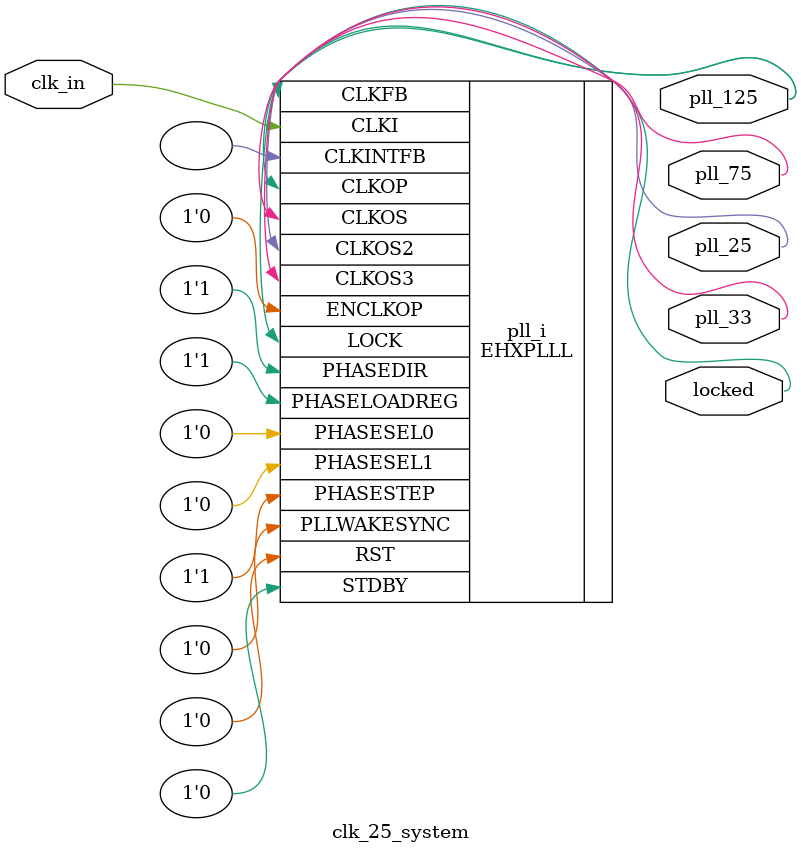
<source format=v>
  module clk_25_system
  (
    input  clk_in,  // 25 MHz,      0 deg
    output pll_125, // 125 MHz,     0 deg
    output pll_75,  // 78.125 MHz,  0 deg
    output pll_25,  // 25 MHz,      0 deg
    output pll_33,  // 3.25521 MHz, 0 deg
    output locked
  );
  (* FREQUENCY_PIN_CLKI="25" *)
  (* FREQUENCY_PIN_CLKOP="125" *)
  (* FREQUENCY_PIN_CLKOS="78.125" *)
  (* FREQUENCY_PIN_CLKOS2="25" *)
  (* FREQUENCY_PIN_CLKOS3="3.25521" *)
  (* ICP_CURRENT="12" *) (* LPF_RESISTOR="8" *) (* MFG_ENABLE_FILTEROPAMP="1" *) (* MFG_GMCREF_SEL="2" *)
  EHXPLLL #(
      .PLLRST_ENA("DISABLED"),
      .INTFB_WAKE("DISABLED"),
      .STDBY_ENABLE("DISABLED"),
      .DPHASE_SOURCE("DISABLED"),
      .OUTDIVIDER_MUXA("DIVA"),
      .OUTDIVIDER_MUXB("DIVB"),
      .OUTDIVIDER_MUXC("DIVC"),
      .OUTDIVIDER_MUXD("DIVD"),
      .CLKI_DIV(1),
      .CLKOP_ENABLE("ENABLED"),
      .CLKOP_DIV(5),
      .CLKOP_CPHASE(2),
      .CLKOP_FPHASE(0),
      .CLKOS_ENABLE("ENABLED"),
      .CLKOS_DIV(8),
      .CLKOS_CPHASE(2),
      .CLKOS_FPHASE(0),
      .CLKOS2_ENABLE("ENABLED"),
      .CLKOS2_DIV(25),
      .CLKOS2_CPHASE(2),
      .CLKOS2_FPHASE(0),
      .CLKOS3_ENABLE("ENABLED"),
      .CLKOS3_DIV(192),
      .CLKOS3_CPHASE(2),
      .CLKOS3_FPHASE(0),
      .FEEDBK_PATH("CLKOP"),
      .CLKFB_DIV(5)
    ) pll_i (
      .RST(1'b0),
      .STDBY(1'b0),
      .CLKI(clk_in),
      .CLKOP(pll_125),
      .CLKOS(pll_75),
      .CLKOS2(pll_25),
      .CLKOS3(pll_33),
      .CLKFB(pll_125),
      .CLKINTFB(),
      .PHASESEL0(1'b0),
      .PHASESEL1(1'b0),
      .PHASEDIR(1'b1),
      .PHASESTEP(1'b1),
      .PHASELOADREG(1'b1),
      .PLLWAKESYNC(1'b0),
      .ENCLKOP(1'b0),
      .LOCK(locked)
    );
endmodule

</source>
